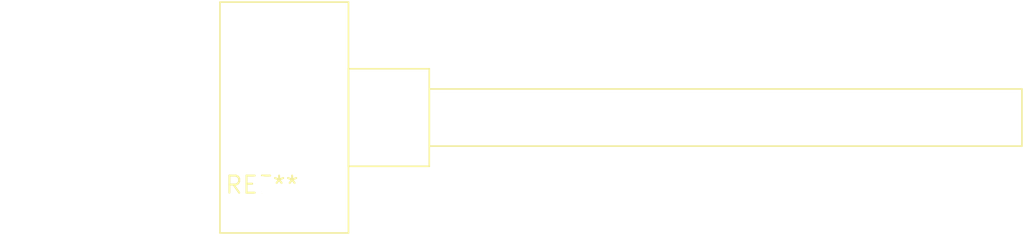
<source format=kicad_pcb>
(kicad_pcb (version 20240108) (generator pcbnew)
  (layers (0 "F.Cu" signal) (31 "B.Cu" signal) (34 "B.Paste" user) (35 "F.Paste" user) (36 "B.SilkS" user "B.Silkscreen") (37 "F.SilkS" user "F.Silkscreen") (38 "B.Mask" user) (39 "F.Mask" user) (44 "Edge.Cuts" user))
  (net 0 "")
  (footprint "Potentiometer_Omeg_PC16BU_Horizontal" (layer "F.Cu") (at 0 0)
    (property "Reference" "REF**")
    (property "Value" "Potentiometer_Omeg_PC16BU_Horizontal")
    (fp_line (start -3.121 -13.57) (end -3.121 3.57) (layer "F.SilkS") (stroke (width 0.12)))
    (fp_line (start -3.121 -13.57) (end 6.42 -13.57) (layer "F.SilkS") (stroke (width 0.12)))
    (fp_line (start -3.121 3.57) (end 6.42 3.57) (layer "F.SilkS") (stroke (width 0.12)))
    (fp_line (start 6.42 -13.57) (end 6.42 3.57) (layer "F.SilkS") (stroke (width 0.12)))
    (fp_line (start 6.42 -8.62) (end 6.42 -1.38) (layer "F.SilkS") (stroke (width 0.12)))
    (fp_line (start 6.42 -8.62) (end 12.42 -8.62) (layer "F.SilkS") (stroke (width 0.12)))
    (fp_line (start 6.42 -1.38) (end 12.42 -1.38) (layer "F.SilkS") (stroke (width 0.12)))
    (fp_line (start 12.42 -8.62) (end 12.42 -1.38) (layer "F.SilkS") (stroke (width 0.12)))
    (fp_line (start 12.42 -7.12) (end 12.42 -2.88) (layer "F.SilkS") (stroke (width 0.12)))
    (fp_line (start 12.42 -7.12) (end 56.42 -7.12) (layer "F.SilkS") (stroke (width 0.12)))
    (fp_line (start 12.42 -2.88) (end 56.42 -2.88) (layer "F.SilkS") (stroke (width 0.12)))
    (fp_line (start 56.42 -7.12) (end 56.42 -2.88) (layer "F.SilkS") (stroke (width 0.12)))
    (pad "1" thru_hole circle (at 0 0) (size 2.34 2.34) (drill 1.3) (layers *.Cu *.Mask) (remove_unused_layers))
    (pad "2" thru_hole circle (at 0 -5) (size 2.34 2.34) (drill 1.3) (layers *.Cu *.Mask) (remove_unused_layers))
    (pad "3" thru_hole circle (at 0 -10) (size 2.34 2.34) (drill 1.3) (layers *.Cu *.Mask) (remove_unused_layers))
  )
)
</source>
